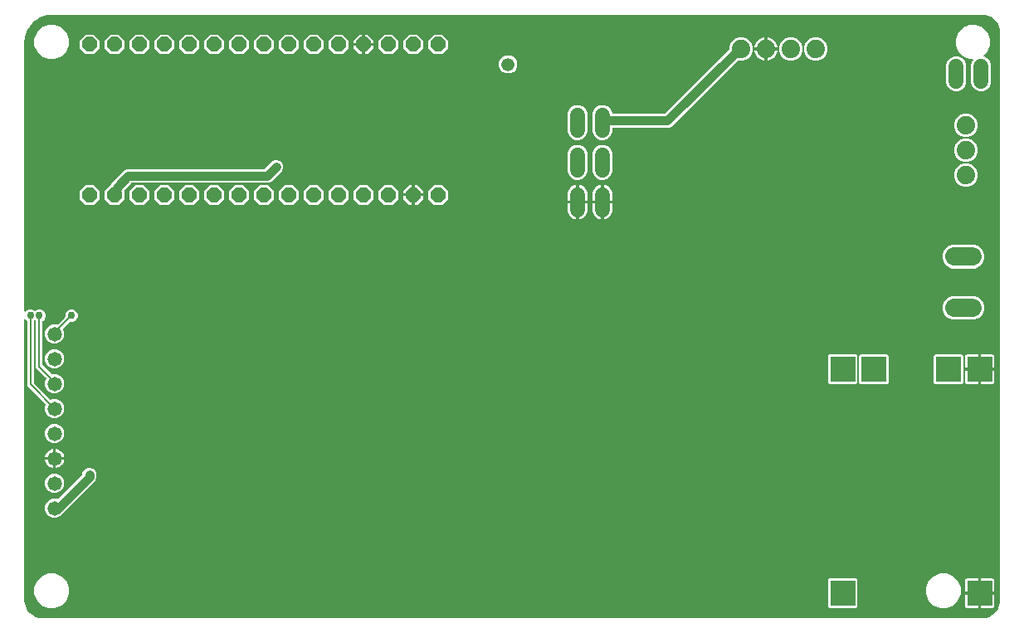
<source format=gbr>
G04 EAGLE Gerber RS-274X export*
G75*
%MOMM*%
%FSLAX34Y34*%
%LPD*%
%INBottom Copper*%
%IPPOS*%
%AMOC8*
5,1,8,0,0,1.08239X$1,22.5*%
G01*
%ADD10C,1.524000*%
%ADD11C,1.473200*%
%ADD12R,2.500000X2.500000*%
%ADD13C,1.879600*%
%ADD14P,1.632244X8X112.500000*%
%ADD15P,1.632244X8X292.500000*%
%ADD16C,1.879600*%
%ADD17R,1.333500X1.333500*%
%ADD18P,0.818720X8X22.500000*%
%ADD19C,0.914400*%
%ADD20C,0.756400*%
%ADD21C,0.152400*%
%ADD22C,1.333500*%

G36*
X980022Y2290D02*
X980022Y2290D01*
X980060Y2289D01*
X982712Y2498D01*
X982717Y2499D01*
X982723Y2499D01*
X982887Y2533D01*
X987931Y4172D01*
X987963Y4188D01*
X987998Y4197D01*
X988143Y4280D01*
X992434Y7397D01*
X992460Y7423D01*
X992490Y7442D01*
X992603Y7566D01*
X995720Y11857D01*
X995736Y11888D01*
X995759Y11916D01*
X995828Y12069D01*
X997467Y17113D01*
X997468Y17119D01*
X997471Y17124D01*
X997502Y17288D01*
X997711Y19940D01*
X997709Y19962D01*
X997713Y20000D01*
X997713Y600000D01*
X997710Y600022D01*
X997711Y600060D01*
X997502Y602712D01*
X997501Y602717D01*
X997501Y602723D01*
X997467Y602887D01*
X995828Y607931D01*
X995812Y607963D01*
X995803Y607998D01*
X995720Y608143D01*
X992603Y612434D01*
X992577Y612460D01*
X992558Y612490D01*
X992434Y612603D01*
X988143Y615720D01*
X988121Y615732D01*
X988107Y615744D01*
X988099Y615747D01*
X988084Y615759D01*
X987931Y615828D01*
X982887Y617467D01*
X982881Y617468D01*
X982876Y617471D01*
X982712Y617502D01*
X980060Y617711D01*
X980038Y617709D01*
X980000Y617713D01*
X30000Y617713D01*
X29978Y617710D01*
X29940Y617711D01*
X25724Y617379D01*
X25719Y617378D01*
X25713Y617378D01*
X25549Y617344D01*
X17529Y614738D01*
X17497Y614722D01*
X17462Y614713D01*
X17317Y614630D01*
X10495Y609674D01*
X10469Y609648D01*
X10439Y609629D01*
X10326Y609505D01*
X5370Y602683D01*
X5354Y602651D01*
X5331Y602624D01*
X5262Y602471D01*
X2656Y594451D01*
X2655Y594446D01*
X2652Y594441D01*
X2621Y594276D01*
X2289Y590060D01*
X2291Y590038D01*
X2287Y590000D01*
X2287Y315580D01*
X2298Y315510D01*
X2300Y315438D01*
X2318Y315389D01*
X2326Y315337D01*
X2360Y315274D01*
X2385Y315207D01*
X2417Y315166D01*
X2442Y315120D01*
X2494Y315071D01*
X2538Y315015D01*
X2582Y314987D01*
X2620Y314951D01*
X2685Y314921D01*
X2745Y314882D01*
X2796Y314869D01*
X2843Y314847D01*
X2914Y314839D01*
X2984Y314822D01*
X3036Y314826D01*
X3087Y314820D01*
X3158Y314835D01*
X3229Y314841D01*
X3277Y314861D01*
X3328Y314872D01*
X3389Y314909D01*
X3455Y314937D01*
X3511Y314982D01*
X3539Y314998D01*
X3554Y315016D01*
X3586Y315042D01*
X4800Y316256D01*
X7124Y317219D01*
X9640Y317219D01*
X11964Y316256D01*
X12416Y315804D01*
X12432Y315792D01*
X12444Y315777D01*
X12531Y315721D01*
X12615Y315660D01*
X12634Y315655D01*
X12651Y315644D01*
X12752Y315619D01*
X12851Y315588D01*
X12870Y315589D01*
X12890Y315584D01*
X12993Y315592D01*
X13096Y315594D01*
X13115Y315601D01*
X13135Y315603D01*
X13230Y315643D01*
X13327Y315679D01*
X13343Y315691D01*
X13361Y315699D01*
X13492Y315804D01*
X13944Y316256D01*
X16268Y317219D01*
X18784Y317219D01*
X21108Y316256D01*
X22886Y314478D01*
X23849Y312154D01*
X23849Y309638D01*
X22886Y307314D01*
X21052Y305480D01*
X20999Y305406D01*
X20939Y305337D01*
X20927Y305306D01*
X20908Y305280D01*
X20881Y305193D01*
X20847Y305108D01*
X20843Y305067D01*
X20836Y305045D01*
X20837Y305013D01*
X20829Y304942D01*
X20829Y260763D01*
X20843Y260673D01*
X20851Y260582D01*
X20863Y260553D01*
X20868Y260521D01*
X20911Y260440D01*
X20947Y260356D01*
X20973Y260324D01*
X20984Y260303D01*
X21007Y260281D01*
X21052Y260225D01*
X29997Y251280D01*
X30093Y251211D01*
X30186Y251142D01*
X30192Y251140D01*
X30197Y251136D01*
X30308Y251102D01*
X30420Y251065D01*
X30426Y251065D01*
X30432Y251064D01*
X30549Y251067D01*
X30666Y251068D01*
X30673Y251070D01*
X30678Y251070D01*
X30695Y251076D01*
X30827Y251115D01*
X31049Y251207D01*
X34991Y251207D01*
X38632Y249699D01*
X41419Y246912D01*
X42927Y243271D01*
X42927Y239329D01*
X41419Y235688D01*
X38632Y232901D01*
X34991Y231393D01*
X31049Y231393D01*
X27408Y232901D01*
X24621Y235688D01*
X23113Y239329D01*
X23113Y243271D01*
X24545Y246726D01*
X24571Y246840D01*
X24600Y246953D01*
X24599Y246959D01*
X24601Y246966D01*
X24590Y247082D01*
X24581Y247198D01*
X24578Y247204D01*
X24578Y247210D01*
X24530Y247318D01*
X24484Y247425D01*
X24480Y247431D01*
X24478Y247435D01*
X24465Y247449D01*
X24380Y247556D01*
X16381Y255554D01*
X14223Y257712D01*
X14223Y304942D01*
X14209Y305032D01*
X14201Y305123D01*
X14189Y305153D01*
X14184Y305184D01*
X14141Y305265D01*
X14105Y305349D01*
X14079Y305381D01*
X14068Y305402D01*
X14045Y305424D01*
X14000Y305480D01*
X13492Y305988D01*
X13476Y306000D01*
X13464Y306015D01*
X13377Y306071D01*
X13293Y306132D01*
X13274Y306137D01*
X13257Y306148D01*
X13156Y306173D01*
X13058Y306204D01*
X13038Y306203D01*
X13018Y306208D01*
X12915Y306200D01*
X12812Y306198D01*
X12793Y306191D01*
X12773Y306189D01*
X12678Y306149D01*
X12581Y306113D01*
X12565Y306101D01*
X12547Y306093D01*
X12416Y305988D01*
X11908Y305480D01*
X11855Y305406D01*
X11795Y305337D01*
X11783Y305306D01*
X11764Y305280D01*
X11737Y305193D01*
X11703Y305108D01*
X11699Y305067D01*
X11692Y305045D01*
X11693Y305013D01*
X11685Y304942D01*
X11685Y242221D01*
X11699Y242131D01*
X11707Y242040D01*
X11719Y242011D01*
X11724Y241979D01*
X11767Y241898D01*
X11803Y241814D01*
X11829Y241782D01*
X11840Y241761D01*
X11863Y241739D01*
X11908Y241683D01*
X28381Y225210D01*
X28475Y225142D01*
X28569Y225072D01*
X28575Y225070D01*
X28581Y225066D01*
X28691Y225032D01*
X28803Y224996D01*
X28810Y224996D01*
X28816Y224994D01*
X28932Y224997D01*
X29049Y224998D01*
X29056Y225000D01*
X29061Y225000D01*
X29079Y225007D01*
X29210Y225045D01*
X31049Y225807D01*
X34991Y225807D01*
X38632Y224299D01*
X41419Y221512D01*
X42927Y217871D01*
X42927Y213929D01*
X41419Y210288D01*
X38632Y207501D01*
X34991Y205993D01*
X31049Y205993D01*
X27408Y207501D01*
X24621Y210288D01*
X23113Y213929D01*
X23113Y217871D01*
X23875Y219710D01*
X23890Y219775D01*
X23902Y219799D01*
X23906Y219841D01*
X23930Y219937D01*
X23930Y219943D01*
X23931Y219949D01*
X23925Y220013D01*
X23929Y220044D01*
X23918Y220092D01*
X23911Y220182D01*
X23909Y220188D01*
X23908Y220194D01*
X23884Y220247D01*
X23876Y220284D01*
X23846Y220335D01*
X23815Y220408D01*
X23810Y220414D01*
X23808Y220419D01*
X23796Y220432D01*
X23765Y220471D01*
X23750Y220495D01*
X23735Y220509D01*
X23710Y220539D01*
X7237Y237012D01*
X5079Y239170D01*
X5079Y304942D01*
X5065Y305032D01*
X5057Y305123D01*
X5045Y305152D01*
X5040Y305184D01*
X4997Y305265D01*
X4961Y305349D01*
X4935Y305381D01*
X4924Y305402D01*
X4901Y305424D01*
X4856Y305480D01*
X3586Y306750D01*
X3528Y306792D01*
X3476Y306841D01*
X3429Y306863D01*
X3387Y306894D01*
X3318Y306915D01*
X3253Y306945D01*
X3201Y306951D01*
X3151Y306966D01*
X3080Y306964D01*
X3009Y306972D01*
X2958Y306961D01*
X2906Y306960D01*
X2838Y306935D01*
X2768Y306920D01*
X2723Y306893D01*
X2675Y306875D01*
X2619Y306830D01*
X2557Y306794D01*
X2523Y306754D01*
X2483Y306721D01*
X2444Y306661D01*
X2397Y306607D01*
X2378Y306558D01*
X2350Y306515D01*
X2332Y306445D01*
X2305Y306378D01*
X2297Y306307D01*
X2289Y306276D01*
X2291Y306253D01*
X2287Y306212D01*
X2287Y20000D01*
X2290Y19978D01*
X2289Y19940D01*
X2498Y17288D01*
X2499Y17283D01*
X2499Y17277D01*
X2533Y17113D01*
X4172Y12069D01*
X4188Y12037D01*
X4197Y12002D01*
X4280Y11857D01*
X7397Y7566D01*
X7423Y7540D01*
X7442Y7510D01*
X7566Y7397D01*
X11857Y4280D01*
X11888Y4264D01*
X11916Y4241D01*
X12069Y4172D01*
X17113Y2533D01*
X17118Y2532D01*
X17124Y2529D01*
X17136Y2527D01*
X17143Y2524D01*
X17168Y2521D01*
X17288Y2498D01*
X19940Y2289D01*
X19962Y2291D01*
X20000Y2287D01*
X980000Y2287D01*
X980022Y2290D01*
G37*
%LPC*%
G36*
X589939Y490219D02*
X589939Y490219D01*
X586204Y491766D01*
X583346Y494624D01*
X581799Y498359D01*
X581799Y517641D01*
X583346Y521376D01*
X586204Y524234D01*
X589939Y525781D01*
X593981Y525781D01*
X597716Y524234D01*
X600574Y521376D01*
X602124Y517634D01*
X602124Y517633D01*
X602122Y517614D01*
X602122Y517613D01*
X602144Y517511D01*
X602160Y517409D01*
X602170Y517392D01*
X602174Y517372D01*
X602227Y517283D01*
X602276Y517192D01*
X602290Y517178D01*
X602300Y517161D01*
X602379Y517094D01*
X602454Y517022D01*
X602472Y517014D01*
X602487Y517001D01*
X602583Y516962D01*
X602677Y516919D01*
X602697Y516917D01*
X602715Y516909D01*
X602882Y516891D01*
X655106Y516891D01*
X655197Y516905D01*
X655287Y516913D01*
X655317Y516925D01*
X655349Y516930D01*
X655430Y516973D01*
X655514Y517009D01*
X655546Y517035D01*
X655567Y517046D01*
X655568Y517046D01*
X655568Y517047D01*
X655589Y517069D01*
X655645Y517114D01*
X721358Y582827D01*
X721411Y582901D01*
X721471Y582971D01*
X721483Y583001D01*
X721502Y583027D01*
X721529Y583114D01*
X721563Y583199D01*
X721567Y583240D01*
X721574Y583262D01*
X721573Y583294D01*
X721581Y583366D01*
X721581Y585255D01*
X723399Y589643D01*
X726757Y593001D01*
X731145Y594819D01*
X735895Y594819D01*
X740283Y593001D01*
X743641Y589643D01*
X745459Y585255D01*
X745459Y580505D01*
X743641Y576117D01*
X740283Y572759D01*
X735895Y570941D01*
X731145Y570941D01*
X730516Y571202D01*
X730403Y571229D01*
X730288Y571257D01*
X730282Y571257D01*
X730276Y571258D01*
X730160Y571247D01*
X730043Y571238D01*
X730038Y571236D01*
X730031Y571235D01*
X729924Y571187D01*
X729817Y571142D01*
X729811Y571137D01*
X729807Y571135D01*
X729793Y571122D01*
X729686Y571037D01*
X664505Y505856D01*
X662397Y503748D01*
X659783Y502665D01*
X602882Y502665D01*
X602862Y502662D01*
X602843Y502664D01*
X602741Y502642D01*
X602639Y502626D01*
X602622Y502616D01*
X602602Y502612D01*
X602513Y502559D01*
X602422Y502510D01*
X602408Y502496D01*
X602391Y502486D01*
X602324Y502407D01*
X602252Y502332D01*
X602244Y502314D01*
X602231Y502299D01*
X602192Y502203D01*
X602149Y502109D01*
X602147Y502089D01*
X602139Y502071D01*
X602121Y501904D01*
X602121Y498359D01*
X600574Y494624D01*
X597716Y491766D01*
X593981Y490219D01*
X589939Y490219D01*
G37*
%LPD*%
%LPC*%
G36*
X89874Y424109D02*
X89874Y424109D01*
X83969Y430014D01*
X83969Y438366D01*
X89881Y444278D01*
X89954Y444290D01*
X90070Y444307D01*
X90076Y444309D01*
X90082Y444310D01*
X90185Y444365D01*
X90290Y444418D01*
X90294Y444423D01*
X90299Y444426D01*
X90379Y444509D01*
X90462Y444594D01*
X90465Y444600D01*
X90469Y444604D01*
X90477Y444621D01*
X90543Y444741D01*
X90744Y445227D01*
X90860Y445343D01*
X90898Y445396D01*
X90944Y445443D01*
X90984Y445516D01*
X91004Y445543D01*
X91010Y445561D01*
X91025Y445590D01*
X91506Y446751D01*
X104175Y459420D01*
X106789Y460503D01*
X246674Y460503D01*
X246765Y460517D01*
X246855Y460525D01*
X246885Y460537D01*
X246917Y460542D01*
X246998Y460585D01*
X247082Y460621D01*
X247114Y460647D01*
X247135Y460658D01*
X247157Y460681D01*
X247213Y460726D01*
X255051Y468564D01*
X257665Y469647D01*
X260495Y469647D01*
X263109Y468564D01*
X265110Y466563D01*
X266193Y463949D01*
X266193Y461119D01*
X265110Y458505D01*
X253965Y447360D01*
X251351Y446277D01*
X111466Y446277D01*
X111375Y446263D01*
X111285Y446255D01*
X111255Y446243D01*
X111223Y446238D01*
X111142Y446195D01*
X111058Y446159D01*
X111026Y446133D01*
X111005Y446122D01*
X110983Y446099D01*
X110927Y446054D01*
X104223Y439350D01*
X104211Y439334D01*
X104196Y439321D01*
X104140Y439234D01*
X104079Y439150D01*
X104074Y439131D01*
X104063Y439114D01*
X104037Y439014D01*
X104007Y438915D01*
X104008Y438895D01*
X104003Y438876D01*
X104011Y438773D01*
X104013Y438669D01*
X104020Y438650D01*
X104022Y438631D01*
X104062Y438535D01*
X104098Y438438D01*
X104110Y438423D01*
X104118Y438404D01*
X104131Y438388D01*
X104131Y430014D01*
X98226Y424109D01*
X89874Y424109D01*
G37*
%LPD*%
%LPC*%
G36*
X976489Y539749D02*
X976489Y539749D01*
X972754Y541296D01*
X969896Y544154D01*
X968349Y547889D01*
X968349Y567171D01*
X969896Y570906D01*
X970166Y571176D01*
X970208Y571234D01*
X970258Y571286D01*
X970279Y571333D01*
X970310Y571375D01*
X970331Y571444D01*
X970361Y571509D01*
X970367Y571561D01*
X970382Y571611D01*
X970380Y571682D01*
X970388Y571753D01*
X970377Y571804D01*
X970376Y571856D01*
X970351Y571924D01*
X970336Y571994D01*
X970309Y572039D01*
X970291Y572087D01*
X970247Y572143D01*
X970210Y572205D01*
X970170Y572239D01*
X970138Y572279D01*
X970077Y572318D01*
X970023Y572365D01*
X969975Y572384D01*
X969931Y572412D01*
X969861Y572430D01*
X969795Y572457D01*
X969723Y572465D01*
X969692Y572473D01*
X969669Y572471D01*
X969628Y572475D01*
X966514Y572475D01*
X960073Y575143D01*
X955143Y580073D01*
X952475Y586514D01*
X952475Y593486D01*
X955143Y599927D01*
X960073Y604857D01*
X966514Y607525D01*
X973486Y607525D01*
X979927Y604857D01*
X984857Y599927D01*
X987525Y593486D01*
X987525Y586514D01*
X984857Y580073D01*
X981028Y576244D01*
X981001Y576207D01*
X980967Y576176D01*
X980930Y576108D01*
X980884Y576044D01*
X980871Y576001D01*
X980849Y575960D01*
X980835Y575884D01*
X980812Y575809D01*
X980813Y575764D01*
X980805Y575718D01*
X980816Y575641D01*
X980818Y575564D01*
X980834Y575520D01*
X980841Y575475D01*
X980876Y575406D01*
X980903Y575332D01*
X980932Y575297D01*
X980952Y575256D01*
X981008Y575201D01*
X981057Y575140D01*
X981095Y575116D01*
X981128Y575083D01*
X981248Y575018D01*
X981263Y575007D01*
X981268Y575006D01*
X981275Y575003D01*
X984266Y573764D01*
X987124Y570906D01*
X988671Y567171D01*
X988671Y547889D01*
X987124Y544154D01*
X984266Y541296D01*
X980531Y539749D01*
X976489Y539749D01*
G37*
%LPD*%
%LPC*%
G36*
X31049Y104393D02*
X31049Y104393D01*
X27408Y105901D01*
X24621Y108688D01*
X23113Y112329D01*
X23113Y116271D01*
X24621Y119912D01*
X27408Y122699D01*
X31049Y124207D01*
X34991Y124207D01*
X35534Y123982D01*
X35648Y123955D01*
X35761Y123926D01*
X35767Y123927D01*
X35774Y123925D01*
X35890Y123936D01*
X36006Y123945D01*
X36012Y123948D01*
X36018Y123949D01*
X36126Y123997D01*
X36233Y124042D01*
X36238Y124046D01*
X36243Y124048D01*
X36257Y124061D01*
X36364Y124147D01*
X61244Y149027D01*
X61297Y149101D01*
X61357Y149171D01*
X61369Y149201D01*
X61388Y149227D01*
X61415Y149314D01*
X61449Y149399D01*
X61453Y149440D01*
X61460Y149462D01*
X61459Y149494D01*
X61467Y149566D01*
X61467Y150005D01*
X62550Y152619D01*
X64551Y154620D01*
X67165Y155703D01*
X69995Y155703D01*
X72609Y154620D01*
X74610Y152619D01*
X75693Y150005D01*
X75693Y144889D01*
X74610Y142275D01*
X72502Y140167D01*
X41805Y109470D01*
X41767Y109417D01*
X41721Y109370D01*
X41681Y109297D01*
X41662Y109270D01*
X41656Y109252D01*
X41640Y109223D01*
X41419Y108688D01*
X38632Y105901D01*
X34991Y104393D01*
X31049Y104393D01*
G37*
%LPD*%
%LPC*%
G36*
X26514Y572475D02*
X26514Y572475D01*
X20073Y575143D01*
X15143Y580073D01*
X12475Y586514D01*
X12475Y593486D01*
X15143Y599927D01*
X20073Y604857D01*
X26514Y607525D01*
X33486Y607525D01*
X39927Y604857D01*
X44857Y599927D01*
X47525Y593486D01*
X47525Y586514D01*
X44857Y580073D01*
X39927Y575143D01*
X33486Y572475D01*
X26514Y572475D01*
G37*
%LPD*%
%LPC*%
G36*
X936514Y12475D02*
X936514Y12475D01*
X930073Y15143D01*
X925143Y20073D01*
X922475Y26514D01*
X922475Y33486D01*
X925143Y39927D01*
X930073Y44857D01*
X936514Y47525D01*
X943486Y47525D01*
X949927Y44857D01*
X954857Y39927D01*
X957525Y33486D01*
X957525Y26514D01*
X954857Y20073D01*
X949927Y15143D01*
X943486Y12475D01*
X936514Y12475D01*
G37*
%LPD*%
%LPC*%
G36*
X26514Y12475D02*
X26514Y12475D01*
X20073Y15143D01*
X15143Y20073D01*
X12475Y26514D01*
X12475Y33486D01*
X15143Y39927D01*
X20073Y44857D01*
X26514Y47525D01*
X33486Y47525D01*
X39927Y44857D01*
X44857Y39927D01*
X47525Y33486D01*
X47525Y26514D01*
X44857Y20073D01*
X39927Y15143D01*
X33486Y12475D01*
X26514Y12475D01*
G37*
%LPD*%
%LPC*%
G36*
X948469Y306901D02*
X948469Y306901D01*
X944081Y308719D01*
X940723Y312077D01*
X938905Y316465D01*
X938905Y321215D01*
X940723Y325603D01*
X944081Y328961D01*
X948469Y330779D01*
X972015Y330779D01*
X976403Y328961D01*
X979761Y325603D01*
X981579Y321215D01*
X981579Y316465D01*
X979761Y312077D01*
X976403Y308719D01*
X972015Y306901D01*
X948469Y306901D01*
G37*
%LPD*%
%LPC*%
G36*
X948469Y358971D02*
X948469Y358971D01*
X944081Y360789D01*
X940723Y364147D01*
X938905Y368535D01*
X938905Y373285D01*
X940723Y377673D01*
X944081Y381031D01*
X948469Y382849D01*
X972015Y382849D01*
X976403Y381031D01*
X979761Y377673D01*
X981579Y373285D01*
X981579Y368535D01*
X979761Y364147D01*
X976403Y360789D01*
X972015Y358971D01*
X948469Y358971D01*
G37*
%LPD*%
%LPC*%
G36*
X931588Y241089D02*
X931588Y241089D01*
X930099Y242578D01*
X930099Y269682D01*
X931588Y271171D01*
X958692Y271171D01*
X960181Y269682D01*
X960181Y242578D01*
X958692Y241089D01*
X931588Y241089D01*
G37*
%LPD*%
%LPC*%
G36*
X855388Y241089D02*
X855388Y241089D01*
X853899Y242578D01*
X853899Y269682D01*
X855388Y271171D01*
X882492Y271171D01*
X883981Y269682D01*
X883981Y242578D01*
X882492Y241089D01*
X855388Y241089D01*
G37*
%LPD*%
%LPC*%
G36*
X823638Y241089D02*
X823638Y241089D01*
X822149Y242578D01*
X822149Y269682D01*
X823638Y271171D01*
X850742Y271171D01*
X852231Y269682D01*
X852231Y242578D01*
X850742Y241089D01*
X823638Y241089D01*
G37*
%LPD*%
%LPC*%
G36*
X823638Y12489D02*
X823638Y12489D01*
X822149Y13978D01*
X822149Y41082D01*
X823638Y42571D01*
X850742Y42571D01*
X852231Y41082D01*
X852231Y13978D01*
X850742Y12489D01*
X823638Y12489D01*
G37*
%LPD*%
%LPC*%
G36*
X564539Y490219D02*
X564539Y490219D01*
X560804Y491766D01*
X557946Y494624D01*
X556399Y498359D01*
X556399Y517641D01*
X557946Y521376D01*
X560804Y524234D01*
X564539Y525781D01*
X568581Y525781D01*
X572316Y524234D01*
X575174Y521376D01*
X576721Y517641D01*
X576721Y498359D01*
X575174Y494624D01*
X572316Y491766D01*
X568581Y490219D01*
X564539Y490219D01*
G37*
%LPD*%
%LPC*%
G36*
X951089Y539749D02*
X951089Y539749D01*
X947354Y541296D01*
X944496Y544154D01*
X942949Y547889D01*
X942949Y567171D01*
X944496Y570906D01*
X947354Y573764D01*
X951089Y575311D01*
X955131Y575311D01*
X958866Y573764D01*
X961724Y570906D01*
X963271Y567171D01*
X963271Y547889D01*
X961724Y544154D01*
X958866Y541296D01*
X955131Y539749D01*
X951089Y539749D01*
G37*
%LPD*%
%LPC*%
G36*
X589939Y449579D02*
X589939Y449579D01*
X586204Y451126D01*
X583346Y453984D01*
X581799Y457719D01*
X581799Y477001D01*
X583346Y480736D01*
X586204Y483594D01*
X589939Y485141D01*
X593981Y485141D01*
X597716Y483594D01*
X600574Y480736D01*
X602121Y477001D01*
X602121Y457719D01*
X600574Y453984D01*
X597716Y451126D01*
X593981Y449579D01*
X589939Y449579D01*
G37*
%LPD*%
%LPC*%
G36*
X564539Y449579D02*
X564539Y449579D01*
X560804Y451126D01*
X557946Y453984D01*
X556399Y457719D01*
X556399Y477001D01*
X557946Y480736D01*
X560804Y483594D01*
X564539Y485141D01*
X568581Y485141D01*
X572316Y483594D01*
X575174Y480736D01*
X576721Y477001D01*
X576721Y457719D01*
X575174Y453984D01*
X572316Y451126D01*
X568581Y449579D01*
X564539Y449579D01*
G37*
%LPD*%
%LPC*%
G36*
X31049Y282193D02*
X31049Y282193D01*
X27408Y283701D01*
X24621Y286488D01*
X23113Y290129D01*
X23113Y294071D01*
X24621Y297712D01*
X27408Y300499D01*
X31049Y302007D01*
X34991Y302007D01*
X35752Y301691D01*
X35866Y301665D01*
X35979Y301636D01*
X35985Y301637D01*
X35991Y301635D01*
X36108Y301646D01*
X36224Y301655D01*
X36230Y301658D01*
X36236Y301658D01*
X36344Y301706D01*
X36451Y301752D01*
X36456Y301756D01*
X36461Y301758D01*
X36475Y301771D01*
X36582Y301856D01*
X43746Y309021D01*
X43799Y309095D01*
X43859Y309164D01*
X43871Y309195D01*
X43890Y309221D01*
X43917Y309308D01*
X43951Y309393D01*
X43955Y309434D01*
X43962Y309456D01*
X43961Y309488D01*
X43969Y309559D01*
X43969Y312154D01*
X44932Y314478D01*
X46710Y316256D01*
X49034Y317219D01*
X51550Y317219D01*
X53874Y316256D01*
X55652Y314478D01*
X56615Y312154D01*
X56615Y309638D01*
X55652Y307314D01*
X53874Y305536D01*
X51550Y304573D01*
X48955Y304573D01*
X48865Y304559D01*
X48774Y304551D01*
X48745Y304539D01*
X48713Y304534D01*
X48632Y304491D01*
X48548Y304455D01*
X48516Y304429D01*
X48495Y304418D01*
X48473Y304395D01*
X48417Y304350D01*
X41884Y297817D01*
X41816Y297722D01*
X41746Y297628D01*
X41744Y297622D01*
X41740Y297617D01*
X41706Y297506D01*
X41669Y297394D01*
X41670Y297388D01*
X41668Y297382D01*
X41671Y297265D01*
X41672Y297148D01*
X41674Y297141D01*
X41674Y297136D01*
X41680Y297119D01*
X41719Y296987D01*
X42927Y294071D01*
X42927Y290129D01*
X41419Y286488D01*
X38632Y283701D01*
X34991Y282193D01*
X31049Y282193D01*
G37*
%LPD*%
%LPC*%
G36*
X960425Y467761D02*
X960425Y467761D01*
X956037Y469579D01*
X952679Y472937D01*
X950861Y477325D01*
X950861Y482075D01*
X952679Y486463D01*
X956037Y489821D01*
X960425Y491639D01*
X965175Y491639D01*
X969563Y489821D01*
X972921Y486463D01*
X974739Y482075D01*
X974739Y477325D01*
X972921Y472937D01*
X969563Y469579D01*
X965175Y467761D01*
X960425Y467761D01*
G37*
%LPD*%
%LPC*%
G36*
X781945Y570941D02*
X781945Y570941D01*
X777557Y572759D01*
X774199Y576117D01*
X772381Y580505D01*
X772381Y585255D01*
X774199Y589643D01*
X777557Y593001D01*
X781945Y594819D01*
X786695Y594819D01*
X791083Y593001D01*
X794441Y589643D01*
X796259Y585255D01*
X796259Y580505D01*
X794441Y576117D01*
X791083Y572759D01*
X786695Y570941D01*
X781945Y570941D01*
G37*
%LPD*%
%LPC*%
G36*
X807345Y570941D02*
X807345Y570941D01*
X802957Y572759D01*
X799599Y576117D01*
X797781Y580505D01*
X797781Y585255D01*
X799599Y589643D01*
X802957Y593001D01*
X807345Y594819D01*
X812095Y594819D01*
X816483Y593001D01*
X819841Y589643D01*
X821659Y585255D01*
X821659Y580505D01*
X819841Y576117D01*
X816483Y572759D01*
X812095Y570941D01*
X807345Y570941D01*
G37*
%LPD*%
%LPC*%
G36*
X960425Y493161D02*
X960425Y493161D01*
X956037Y494979D01*
X952679Y498337D01*
X950861Y502725D01*
X950861Y507475D01*
X952679Y511863D01*
X956037Y515221D01*
X960425Y517039D01*
X965175Y517039D01*
X969563Y515221D01*
X972921Y511863D01*
X974739Y507475D01*
X974739Y502725D01*
X972921Y498337D01*
X969563Y494979D01*
X965175Y493161D01*
X960425Y493161D01*
G37*
%LPD*%
%LPC*%
G36*
X960425Y442361D02*
X960425Y442361D01*
X956037Y444179D01*
X952679Y447537D01*
X950861Y451925D01*
X950861Y456675D01*
X952679Y461063D01*
X956037Y464421D01*
X960425Y466239D01*
X965175Y466239D01*
X969563Y464421D01*
X972921Y461063D01*
X974739Y456675D01*
X974739Y451925D01*
X972921Y447537D01*
X969563Y444179D01*
X965175Y442361D01*
X960425Y442361D01*
G37*
%LPD*%
%LPC*%
G36*
X191474Y577525D02*
X191474Y577525D01*
X185569Y583430D01*
X185569Y591782D01*
X191474Y597687D01*
X199826Y597687D01*
X205731Y591782D01*
X205731Y583430D01*
X199826Y577525D01*
X191474Y577525D01*
G37*
%LPD*%
%LPC*%
G36*
X166074Y577525D02*
X166074Y577525D01*
X160169Y583430D01*
X160169Y591782D01*
X166074Y597687D01*
X174426Y597687D01*
X180331Y591782D01*
X180331Y583430D01*
X174426Y577525D01*
X166074Y577525D01*
G37*
%LPD*%
%LPC*%
G36*
X216874Y424109D02*
X216874Y424109D01*
X210969Y430014D01*
X210969Y438366D01*
X216874Y444271D01*
X225226Y444271D01*
X231131Y438366D01*
X231131Y430014D01*
X225226Y424109D01*
X216874Y424109D01*
G37*
%LPD*%
%LPC*%
G36*
X242274Y424109D02*
X242274Y424109D01*
X236369Y430014D01*
X236369Y438366D01*
X242274Y444271D01*
X250626Y444271D01*
X256531Y438366D01*
X256531Y430014D01*
X250626Y424109D01*
X242274Y424109D01*
G37*
%LPD*%
%LPC*%
G36*
X267674Y424109D02*
X267674Y424109D01*
X261769Y430014D01*
X261769Y438366D01*
X267674Y444271D01*
X276026Y444271D01*
X281931Y438366D01*
X281931Y430014D01*
X276026Y424109D01*
X267674Y424109D01*
G37*
%LPD*%
%LPC*%
G36*
X293074Y424109D02*
X293074Y424109D01*
X287169Y430014D01*
X287169Y438366D01*
X293074Y444271D01*
X301426Y444271D01*
X307331Y438366D01*
X307331Y430014D01*
X301426Y424109D01*
X293074Y424109D01*
G37*
%LPD*%
%LPC*%
G36*
X64474Y577525D02*
X64474Y577525D01*
X58569Y583430D01*
X58569Y591782D01*
X64474Y597687D01*
X72826Y597687D01*
X78731Y591782D01*
X78731Y583430D01*
X72826Y577525D01*
X64474Y577525D01*
G37*
%LPD*%
%LPC*%
G36*
X115274Y577525D02*
X115274Y577525D01*
X109369Y583430D01*
X109369Y591782D01*
X115274Y597687D01*
X123626Y597687D01*
X129531Y591782D01*
X129531Y583430D01*
X123626Y577525D01*
X115274Y577525D01*
G37*
%LPD*%
%LPC*%
G36*
X140674Y577525D02*
X140674Y577525D01*
X134769Y583430D01*
X134769Y591782D01*
X140674Y597687D01*
X149026Y597687D01*
X154931Y591782D01*
X154931Y583430D01*
X149026Y577525D01*
X140674Y577525D01*
G37*
%LPD*%
%LPC*%
G36*
X369274Y577525D02*
X369274Y577525D01*
X363369Y583430D01*
X363369Y591782D01*
X369274Y597687D01*
X377626Y597687D01*
X383531Y591782D01*
X383531Y583430D01*
X377626Y577525D01*
X369274Y577525D01*
G37*
%LPD*%
%LPC*%
G36*
X89874Y577525D02*
X89874Y577525D01*
X83969Y583430D01*
X83969Y591782D01*
X89874Y597687D01*
X98226Y597687D01*
X104131Y591782D01*
X104131Y583430D01*
X98226Y577525D01*
X89874Y577525D01*
G37*
%LPD*%
%LPC*%
G36*
X420074Y577525D02*
X420074Y577525D01*
X414169Y583430D01*
X414169Y591782D01*
X420074Y597687D01*
X428426Y597687D01*
X434331Y591782D01*
X434331Y583430D01*
X428426Y577525D01*
X420074Y577525D01*
G37*
%LPD*%
%LPC*%
G36*
X318474Y424109D02*
X318474Y424109D01*
X312569Y430014D01*
X312569Y438366D01*
X318474Y444271D01*
X326826Y444271D01*
X332731Y438366D01*
X332731Y430014D01*
X326826Y424109D01*
X318474Y424109D01*
G37*
%LPD*%
%LPC*%
G36*
X343874Y424109D02*
X343874Y424109D01*
X337969Y430014D01*
X337969Y438366D01*
X343874Y444271D01*
X352226Y444271D01*
X358131Y438366D01*
X358131Y430014D01*
X352226Y424109D01*
X343874Y424109D01*
G37*
%LPD*%
%LPC*%
G36*
X369274Y424109D02*
X369274Y424109D01*
X363369Y430014D01*
X363369Y438366D01*
X369274Y444271D01*
X377626Y444271D01*
X383531Y438366D01*
X383531Y430014D01*
X377626Y424109D01*
X369274Y424109D01*
G37*
%LPD*%
%LPC*%
G36*
X420074Y424109D02*
X420074Y424109D01*
X414169Y430014D01*
X414169Y438366D01*
X420074Y444271D01*
X428426Y444271D01*
X434331Y438366D01*
X434331Y430014D01*
X428426Y424109D01*
X420074Y424109D01*
G37*
%LPD*%
%LPC*%
G36*
X191474Y424109D02*
X191474Y424109D01*
X185569Y430014D01*
X185569Y438366D01*
X191474Y444271D01*
X199826Y444271D01*
X205731Y438366D01*
X205731Y430014D01*
X199826Y424109D01*
X191474Y424109D01*
G37*
%LPD*%
%LPC*%
G36*
X166074Y424109D02*
X166074Y424109D01*
X160169Y430014D01*
X160169Y438366D01*
X166074Y444271D01*
X174426Y444271D01*
X180331Y438366D01*
X180331Y430014D01*
X174426Y424109D01*
X166074Y424109D01*
G37*
%LPD*%
%LPC*%
G36*
X140674Y424109D02*
X140674Y424109D01*
X134769Y430014D01*
X134769Y438366D01*
X140674Y444271D01*
X149026Y444271D01*
X154931Y438366D01*
X154931Y430014D01*
X149026Y424109D01*
X140674Y424109D01*
G37*
%LPD*%
%LPC*%
G36*
X394674Y577525D02*
X394674Y577525D01*
X388769Y583430D01*
X388769Y591782D01*
X394674Y597687D01*
X403026Y597687D01*
X408931Y591782D01*
X408931Y583430D01*
X403026Y577525D01*
X394674Y577525D01*
G37*
%LPD*%
%LPC*%
G36*
X267674Y577525D02*
X267674Y577525D01*
X261769Y583430D01*
X261769Y591782D01*
X267674Y597687D01*
X276026Y597687D01*
X281931Y591782D01*
X281931Y583430D01*
X276026Y577525D01*
X267674Y577525D01*
G37*
%LPD*%
%LPC*%
G36*
X64474Y424109D02*
X64474Y424109D01*
X58569Y430014D01*
X58569Y438366D01*
X64474Y444271D01*
X72826Y444271D01*
X78731Y438366D01*
X78731Y430014D01*
X72826Y424109D01*
X64474Y424109D01*
G37*
%LPD*%
%LPC*%
G36*
X318474Y577525D02*
X318474Y577525D01*
X312569Y583430D01*
X312569Y591782D01*
X318474Y597687D01*
X326826Y597687D01*
X332731Y591782D01*
X332731Y583430D01*
X326826Y577525D01*
X318474Y577525D01*
G37*
%LPD*%
%LPC*%
G36*
X115274Y424109D02*
X115274Y424109D01*
X109369Y430014D01*
X109369Y438366D01*
X115274Y444271D01*
X123626Y444271D01*
X129531Y438366D01*
X129531Y430014D01*
X123626Y424109D01*
X115274Y424109D01*
G37*
%LPD*%
%LPC*%
G36*
X242274Y577525D02*
X242274Y577525D01*
X236369Y583430D01*
X236369Y591782D01*
X242274Y597687D01*
X250626Y597687D01*
X256531Y591782D01*
X256531Y583430D01*
X250626Y577525D01*
X242274Y577525D01*
G37*
%LPD*%
%LPC*%
G36*
X293074Y577525D02*
X293074Y577525D01*
X287169Y583430D01*
X287169Y591782D01*
X293074Y597687D01*
X301426Y597687D01*
X307331Y591782D01*
X307331Y583430D01*
X301426Y577525D01*
X293074Y577525D01*
G37*
%LPD*%
%LPC*%
G36*
X216874Y577525D02*
X216874Y577525D01*
X210969Y583430D01*
X210969Y591782D01*
X216874Y597687D01*
X225226Y597687D01*
X231131Y591782D01*
X231131Y583430D01*
X225226Y577525D01*
X216874Y577525D01*
G37*
%LPD*%
%LPC*%
G36*
X31049Y180593D02*
X31049Y180593D01*
X27408Y182101D01*
X24621Y184888D01*
X23113Y188529D01*
X23113Y192471D01*
X24621Y196112D01*
X27408Y198899D01*
X31049Y200407D01*
X34991Y200407D01*
X38632Y198899D01*
X41419Y196112D01*
X42927Y192471D01*
X42927Y188529D01*
X41419Y184888D01*
X38632Y182101D01*
X34991Y180593D01*
X31049Y180593D01*
G37*
%LPD*%
%LPC*%
G36*
X31049Y129793D02*
X31049Y129793D01*
X27408Y131301D01*
X24621Y134088D01*
X23113Y137729D01*
X23113Y141671D01*
X24621Y145312D01*
X27408Y148099D01*
X31049Y149607D01*
X34991Y149607D01*
X38632Y148099D01*
X41419Y145312D01*
X42927Y141671D01*
X42927Y137729D01*
X41419Y134088D01*
X38632Y131301D01*
X34991Y129793D01*
X31049Y129793D01*
G37*
%LPD*%
%LPC*%
G36*
X31049Y256793D02*
X31049Y256793D01*
X27408Y258301D01*
X24621Y261088D01*
X23113Y264729D01*
X23113Y268671D01*
X24621Y272312D01*
X27408Y275099D01*
X31049Y276607D01*
X34991Y276607D01*
X38632Y275099D01*
X41419Y272312D01*
X42927Y268671D01*
X42927Y264729D01*
X41419Y261088D01*
X38632Y258301D01*
X34991Y256793D01*
X31049Y256793D01*
G37*
%LPD*%
%LPC*%
G36*
X494028Y557972D02*
X494028Y557972D01*
X490644Y559374D01*
X488054Y561964D01*
X486652Y565348D01*
X486652Y569012D01*
X488054Y572396D01*
X490644Y574986D01*
X494028Y576388D01*
X497692Y576388D01*
X501076Y574986D01*
X503666Y572396D01*
X505068Y569012D01*
X505068Y565348D01*
X503666Y561964D01*
X501076Y559374D01*
X497692Y557972D01*
X494028Y557972D01*
G37*
%LPD*%
%LPC*%
G36*
X978413Y257653D02*
X978413Y257653D01*
X978413Y271171D01*
X989724Y271171D01*
X990371Y270998D01*
X990950Y270663D01*
X991423Y270190D01*
X991758Y269611D01*
X991931Y268964D01*
X991931Y257653D01*
X978413Y257653D01*
G37*
%LPD*%
%LPC*%
G36*
X978413Y29053D02*
X978413Y29053D01*
X978413Y42571D01*
X989724Y42571D01*
X990371Y42398D01*
X990950Y42063D01*
X991423Y41590D01*
X991758Y41011D01*
X991931Y40364D01*
X991931Y29053D01*
X978413Y29053D01*
G37*
%LPD*%
%LPC*%
G36*
X961849Y257653D02*
X961849Y257653D01*
X961849Y268964D01*
X962022Y269611D01*
X962357Y270190D01*
X962830Y270663D01*
X963409Y270998D01*
X964056Y271171D01*
X975367Y271171D01*
X975367Y257653D01*
X961849Y257653D01*
G37*
%LPD*%
%LPC*%
G36*
X961849Y29053D02*
X961849Y29053D01*
X961849Y40364D01*
X962022Y41011D01*
X962357Y41590D01*
X962830Y42063D01*
X963409Y42398D01*
X964056Y42571D01*
X975367Y42571D01*
X975367Y29053D01*
X961849Y29053D01*
G37*
%LPD*%
%LPC*%
G36*
X978413Y241089D02*
X978413Y241089D01*
X978413Y254607D01*
X991931Y254607D01*
X991931Y243296D01*
X991758Y242649D01*
X991423Y242070D01*
X990950Y241597D01*
X990371Y241262D01*
X989724Y241089D01*
X978413Y241089D01*
G37*
%LPD*%
%LPC*%
G36*
X978413Y12489D02*
X978413Y12489D01*
X978413Y26007D01*
X991931Y26007D01*
X991931Y14696D01*
X991758Y14049D01*
X991423Y13470D01*
X990950Y12997D01*
X990371Y12662D01*
X989724Y12489D01*
X978413Y12489D01*
G37*
%LPD*%
%LPC*%
G36*
X964056Y241089D02*
X964056Y241089D01*
X963409Y241262D01*
X962830Y241597D01*
X962357Y242070D01*
X962022Y242649D01*
X961849Y243296D01*
X961849Y254607D01*
X975367Y254607D01*
X975367Y241089D01*
X964056Y241089D01*
G37*
%LPD*%
%LPC*%
G36*
X964056Y12489D02*
X964056Y12489D01*
X963409Y12662D01*
X962830Y12997D01*
X962357Y13470D01*
X962022Y14049D01*
X961849Y14696D01*
X961849Y26007D01*
X975367Y26007D01*
X975367Y12489D01*
X964056Y12489D01*
G37*
%LPD*%
%LPC*%
G36*
X568083Y428243D02*
X568083Y428243D01*
X568083Y444386D01*
X568939Y444251D01*
X570460Y443756D01*
X571885Y443030D01*
X573179Y442090D01*
X574310Y440959D01*
X575250Y439665D01*
X575976Y438240D01*
X576471Y436719D01*
X576721Y435140D01*
X576721Y428243D01*
X568083Y428243D01*
G37*
%LPD*%
%LPC*%
G36*
X593483Y428243D02*
X593483Y428243D01*
X593483Y444386D01*
X594339Y444251D01*
X595860Y443756D01*
X597285Y443030D01*
X598579Y442090D01*
X599710Y440959D01*
X600650Y439665D01*
X601376Y438240D01*
X601871Y436719D01*
X602121Y435140D01*
X602121Y428243D01*
X593483Y428243D01*
G37*
%LPD*%
%LPC*%
G36*
X593483Y425197D02*
X593483Y425197D01*
X602121Y425197D01*
X602121Y418300D01*
X601871Y416721D01*
X601376Y415200D01*
X600650Y413775D01*
X599710Y412481D01*
X598579Y411350D01*
X597285Y410410D01*
X595860Y409684D01*
X594339Y409189D01*
X593483Y409054D01*
X593483Y425197D01*
G37*
%LPD*%
%LPC*%
G36*
X568083Y425197D02*
X568083Y425197D01*
X576721Y425197D01*
X576721Y418300D01*
X576471Y416721D01*
X575976Y415200D01*
X575250Y413775D01*
X574310Y412481D01*
X573179Y411350D01*
X571885Y410410D01*
X570460Y409684D01*
X568939Y409189D01*
X568083Y409054D01*
X568083Y425197D01*
G37*
%LPD*%
%LPC*%
G36*
X581799Y428243D02*
X581799Y428243D01*
X581799Y435140D01*
X582049Y436719D01*
X582544Y438240D01*
X583270Y439665D01*
X584210Y440959D01*
X585341Y442090D01*
X586635Y443030D01*
X588060Y443756D01*
X589581Y444251D01*
X590437Y444386D01*
X590437Y428243D01*
X581799Y428243D01*
G37*
%LPD*%
%LPC*%
G36*
X556399Y428243D02*
X556399Y428243D01*
X556399Y435140D01*
X556649Y436719D01*
X557144Y438240D01*
X557870Y439665D01*
X558810Y440959D01*
X559941Y442090D01*
X561235Y443030D01*
X562660Y443756D01*
X564181Y444251D01*
X565037Y444386D01*
X565037Y428243D01*
X556399Y428243D01*
G37*
%LPD*%
%LPC*%
G36*
X589581Y409189D02*
X589581Y409189D01*
X588060Y409684D01*
X586635Y410410D01*
X585341Y411350D01*
X584210Y412481D01*
X583270Y413775D01*
X582544Y415200D01*
X582049Y416721D01*
X581799Y418300D01*
X581799Y425197D01*
X590437Y425197D01*
X590437Y409054D01*
X589581Y409189D01*
G37*
%LPD*%
%LPC*%
G36*
X564181Y409189D02*
X564181Y409189D01*
X562660Y409684D01*
X561235Y410410D01*
X559941Y411350D01*
X558810Y412481D01*
X557870Y413775D01*
X557144Y415200D01*
X556649Y416721D01*
X556399Y418300D01*
X556399Y425197D01*
X565037Y425197D01*
X565037Y409054D01*
X564181Y409189D01*
G37*
%LPD*%
%LPC*%
G36*
X760443Y584403D02*
X760443Y584403D01*
X760443Y594726D01*
X761716Y594525D01*
X763503Y593944D01*
X765177Y593091D01*
X766698Y591986D01*
X768026Y590658D01*
X769131Y589137D01*
X769984Y587463D01*
X770565Y585676D01*
X770766Y584403D01*
X760443Y584403D01*
G37*
%LPD*%
%LPC*%
G36*
X747074Y584403D02*
X747074Y584403D01*
X747275Y585676D01*
X747856Y587463D01*
X748709Y589137D01*
X749814Y590658D01*
X751142Y591986D01*
X752663Y593091D01*
X754337Y593944D01*
X756124Y594525D01*
X757397Y594726D01*
X757397Y584403D01*
X747074Y584403D01*
G37*
%LPD*%
%LPC*%
G36*
X760443Y581357D02*
X760443Y581357D01*
X770766Y581357D01*
X770565Y580084D01*
X769984Y578297D01*
X769131Y576623D01*
X768026Y575102D01*
X766698Y573774D01*
X765177Y572669D01*
X763503Y571816D01*
X761716Y571235D01*
X760443Y571034D01*
X760443Y581357D01*
G37*
%LPD*%
%LPC*%
G36*
X756124Y571235D02*
X756124Y571235D01*
X754337Y571816D01*
X752663Y572669D01*
X751142Y573774D01*
X749814Y575102D01*
X748709Y576623D01*
X747856Y578297D01*
X747275Y580084D01*
X747074Y581357D01*
X757397Y581357D01*
X757397Y571034D01*
X756124Y571235D01*
G37*
%LPD*%
%LPC*%
G36*
X349573Y589129D02*
X349573Y589129D01*
X349573Y597687D01*
X352226Y597687D01*
X358131Y591782D01*
X358131Y589129D01*
X349573Y589129D01*
G37*
%LPD*%
%LPC*%
G36*
X400373Y435713D02*
X400373Y435713D01*
X400373Y444271D01*
X403026Y444271D01*
X408931Y438366D01*
X408931Y435713D01*
X400373Y435713D01*
G37*
%LPD*%
%LPC*%
G36*
X400373Y432667D02*
X400373Y432667D01*
X408931Y432667D01*
X408931Y430014D01*
X403026Y424109D01*
X400373Y424109D01*
X400373Y432667D01*
G37*
%LPD*%
%LPC*%
G36*
X349573Y577525D02*
X349573Y577525D01*
X349573Y586083D01*
X358131Y586083D01*
X358131Y583430D01*
X352226Y577525D01*
X349573Y577525D01*
G37*
%LPD*%
%LPC*%
G36*
X337969Y589129D02*
X337969Y589129D01*
X337969Y591782D01*
X343874Y597687D01*
X346527Y597687D01*
X346527Y589129D01*
X337969Y589129D01*
G37*
%LPD*%
%LPC*%
G36*
X388769Y435713D02*
X388769Y435713D01*
X388769Y438366D01*
X394674Y444271D01*
X397327Y444271D01*
X397327Y435713D01*
X388769Y435713D01*
G37*
%LPD*%
%LPC*%
G36*
X343874Y577525D02*
X343874Y577525D01*
X337969Y583430D01*
X337969Y586083D01*
X346527Y586083D01*
X346527Y577525D01*
X343874Y577525D01*
G37*
%LPD*%
%LPC*%
G36*
X394674Y424109D02*
X394674Y424109D01*
X388769Y430014D01*
X388769Y432667D01*
X397327Y432667D01*
X397327Y424109D01*
X394674Y424109D01*
G37*
%LPD*%
%LPC*%
G36*
X34543Y166623D02*
X34543Y166623D01*
X34543Y174889D01*
X35340Y174763D01*
X36823Y174281D01*
X38212Y173573D01*
X39474Y172656D01*
X40576Y171554D01*
X41493Y170292D01*
X42201Y168903D01*
X42683Y167420D01*
X42809Y166623D01*
X34543Y166623D01*
G37*
%LPD*%
%LPC*%
G36*
X23231Y166623D02*
X23231Y166623D01*
X23357Y167420D01*
X23839Y168903D01*
X24547Y170292D01*
X25464Y171554D01*
X26566Y172656D01*
X27828Y173573D01*
X29217Y174281D01*
X30700Y174763D01*
X31497Y174889D01*
X31497Y166623D01*
X23231Y166623D01*
G37*
%LPD*%
%LPC*%
G36*
X34543Y163577D02*
X34543Y163577D01*
X42809Y163577D01*
X42683Y162780D01*
X42201Y161297D01*
X41493Y159908D01*
X40576Y158646D01*
X39474Y157544D01*
X38212Y156627D01*
X36823Y155919D01*
X35340Y155437D01*
X34543Y155311D01*
X34543Y163577D01*
G37*
%LPD*%
%LPC*%
G36*
X30700Y155437D02*
X30700Y155437D01*
X29217Y155919D01*
X27828Y156627D01*
X26566Y157544D01*
X25464Y158646D01*
X24547Y159908D01*
X23839Y161297D01*
X23357Y162780D01*
X23231Y163577D01*
X31497Y163577D01*
X31497Y155311D01*
X30700Y155437D01*
G37*
%LPD*%
%LPC*%
G36*
X348049Y587605D02*
X348049Y587605D01*
X348049Y587607D01*
X348051Y587607D01*
X348051Y587605D01*
X348049Y587605D01*
G37*
%LPD*%
%LPC*%
G36*
X976889Y256129D02*
X976889Y256129D01*
X976889Y256131D01*
X976891Y256131D01*
X976891Y256129D01*
X976889Y256129D01*
G37*
%LPD*%
%LPC*%
G36*
X33019Y165099D02*
X33019Y165099D01*
X33019Y165101D01*
X33021Y165101D01*
X33021Y165099D01*
X33019Y165099D01*
G37*
%LPD*%
%LPC*%
G36*
X758919Y582879D02*
X758919Y582879D01*
X758919Y582881D01*
X758921Y582881D01*
X758921Y582879D01*
X758919Y582879D01*
G37*
%LPD*%
%LPC*%
G36*
X398849Y434189D02*
X398849Y434189D01*
X398849Y434191D01*
X398851Y434191D01*
X398851Y434189D01*
X398849Y434189D01*
G37*
%LPD*%
%LPC*%
G36*
X591959Y426719D02*
X591959Y426719D01*
X591959Y426721D01*
X591961Y426721D01*
X591961Y426719D01*
X591959Y426719D01*
G37*
%LPD*%
%LPC*%
G36*
X976889Y27529D02*
X976889Y27529D01*
X976889Y27531D01*
X976891Y27531D01*
X976891Y27529D01*
X976889Y27529D01*
G37*
%LPD*%
%LPC*%
G36*
X566559Y426719D02*
X566559Y426719D01*
X566559Y426721D01*
X566561Y426721D01*
X566561Y426719D01*
X566559Y426719D01*
G37*
%LPD*%
D10*
X591960Y515620D02*
X591960Y500380D01*
X566560Y500380D02*
X566560Y515620D01*
X978510Y549910D02*
X978510Y565150D01*
X953110Y565150D02*
X953110Y549910D01*
X591960Y434340D02*
X591960Y419100D01*
X566560Y419100D02*
X566560Y434340D01*
X591960Y459740D02*
X591960Y474980D01*
X566560Y474980D02*
X566560Y459740D01*
D11*
X33020Y114300D03*
X33020Y139700D03*
X33020Y165100D03*
X33020Y190500D03*
X33020Y215900D03*
X33020Y241300D03*
X33020Y266700D03*
X33020Y292100D03*
D12*
X837190Y27530D03*
X976890Y27530D03*
X868940Y256130D03*
X945140Y256130D03*
X837190Y256130D03*
X976890Y256130D03*
D13*
X962800Y454300D03*
X962800Y479700D03*
X962800Y505100D03*
D14*
X424250Y587606D03*
X398850Y587606D03*
X373450Y587606D03*
X348050Y587606D03*
X322650Y587606D03*
X297250Y587606D03*
X271850Y587606D03*
X246450Y587606D03*
X221050Y587606D03*
X195650Y587606D03*
X170250Y587606D03*
X144850Y587606D03*
X424250Y434190D03*
X398850Y434190D03*
X373450Y434190D03*
X221050Y434190D03*
X195650Y434190D03*
X170250Y434190D03*
X144850Y434190D03*
X68650Y434190D03*
X68650Y587606D03*
X94050Y587606D03*
X119450Y587606D03*
D15*
X94050Y434190D03*
X119450Y434190D03*
D14*
X348050Y434190D03*
D15*
X246450Y434190D03*
X271850Y434190D03*
X297250Y434190D03*
X322650Y434190D03*
D13*
X809720Y582880D03*
X784320Y582880D03*
X758920Y582880D03*
X733520Y582880D03*
D16*
X950844Y370910D02*
X969640Y370910D01*
X969640Y318840D02*
X950844Y318840D01*
D17*
X552622Y567180D03*
D18*
X396240Y533400D03*
X55880Y553720D03*
X25400Y563880D03*
X86360Y121920D03*
X985520Y50800D03*
X970280Y50800D03*
X985520Y233680D03*
X982980Y281940D03*
X721360Y452120D03*
X640080Y421640D03*
X731520Y530860D03*
X690880Y568960D03*
X208280Y508000D03*
D19*
X730758Y582168D02*
X733044Y582168D01*
X730758Y582168D02*
X658368Y509778D01*
X593598Y509778D01*
X592074Y508254D01*
X733044Y582168D02*
X733520Y582880D01*
X592074Y508254D02*
X591960Y508000D01*
X36576Y114300D02*
X33020Y114300D01*
X36576Y114300D02*
X68580Y146304D01*
X68580Y148590D01*
X249936Y453390D02*
X259080Y462534D01*
X249936Y453390D02*
X108204Y453390D01*
X97536Y442722D01*
X97536Y441960D01*
X96774Y441198D01*
X96774Y439674D01*
X94488Y437388D01*
X94488Y434340D01*
X94050Y434190D01*
D20*
X68580Y148590D03*
X259080Y462534D03*
D21*
X32766Y243840D02*
X32766Y241554D01*
X32766Y243840D02*
X17526Y259080D01*
X17526Y310896D01*
X32766Y241554D02*
X33020Y241300D01*
D20*
X17526Y310896D03*
X8382Y310896D03*
D21*
X8382Y240538D02*
X33020Y215900D01*
X8382Y240538D02*
X8382Y310896D01*
X33528Y294132D02*
X33528Y292608D01*
X33528Y294132D02*
X50292Y310896D01*
X33528Y292608D02*
X33020Y292100D01*
D20*
X50292Y310896D03*
D22*
X495860Y567180D03*
M02*

</source>
